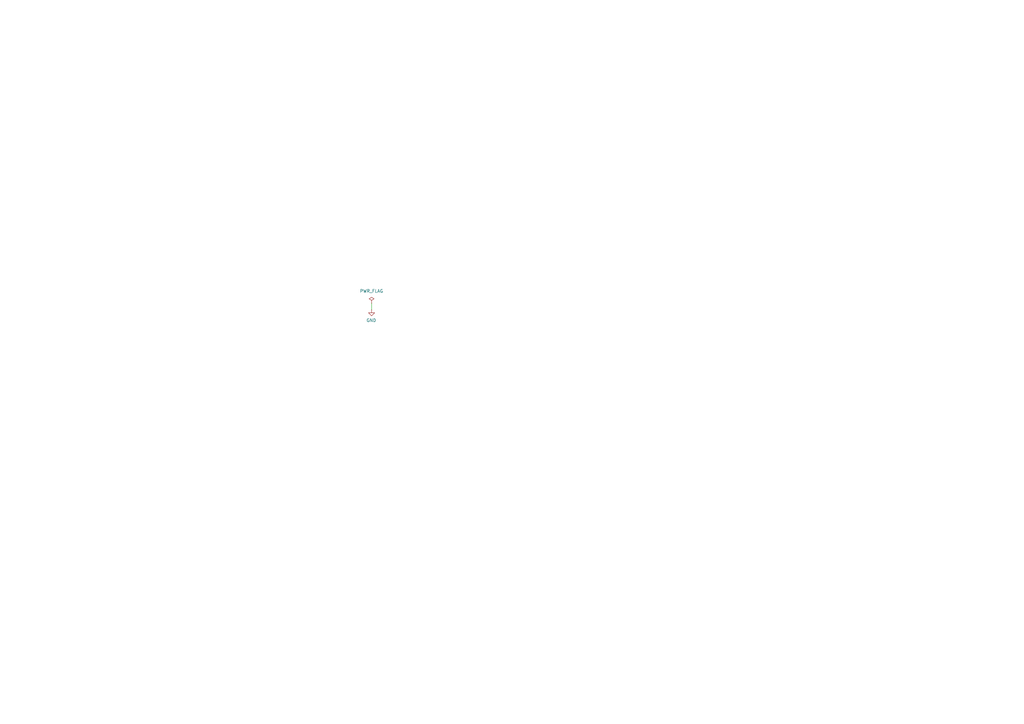
<source format=kicad_sch>
(kicad_sch (version 20250114) (generator "eeschema") (generator_version "9.0")
  (paper "A3")
  (lib_symbols
    (symbol "power:GND" (power) (pin_numbers (hide yes)) (pin_names (offset 0) (hide yes))
      (property "Value" "GND" (at 0 -3.81 0))
      (symbol "GND_0_1"
        (polyline (pts (xy 0 0) (xy 0 -1.27) (xy 1.27 -1.27) (xy 0 -2.54) (xy -1.27 -1.27) (xy 0 -1.27)))
      )
      (symbol "GND_1_1"
        (pin power_in line (at 0 0 270) (length 0) (name "~") (number "1"))
      )
    )
    (symbol "power:PWR_FLAG" (power) (pin_numbers (hide yes)) (pin_names (offset 0) (hide yes))
      (property "Value" "PWR_FLAG" (at 0 3.81 0))
      (symbol "PWR_FLAG_0_0"
        (pin power_out line (at 0 0 90) (length 0) (name "~") (number "1"))
      )
      (symbol "PWR_FLAG_0_1"
        (polyline (pts (xy 0 0) (xy 0 1.27) (xy -1.016 1.905) (xy 0 2.54) (xy 1.016 1.905) (xy 0 1.27)))
      )
    )
  )
  (wire (pts (xy 152.4 124.46) (xy 152.4 127)))
  (symbol (lib_id "power:GND") (at 152.4 127 0) (mirror y) (unit 1)
    (property "Reference" "#PWR01005" (effects (hide yes)))
    (property "Value" "GND" (at 152.273 131.3942 0))
    (property "Description" "Power symbol creates a global label with name \"GND\" , ground" (effects (hide yes)))
  )
  (symbol (lib_id "power:PWR_FLAG") (at 152.4 124.46 0) (unit 1)
    (property "Reference" "#FLG01001" (effects (hide yes)))
    (property "Value" "PWR_FLAG" (at 152.4 119.38 0))
    (property "Description" "Special symbol for telling ERC where power comes from" (effects (hide yes)))
  )
)
</source>
